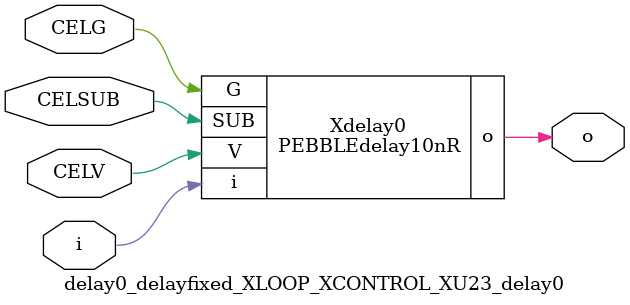
<source format=v>



module PEBBLEdelay10nR ( o, V, G, i, SUB );

  input V;
  input i;
  input G;
  output o;
  input SUB;
endmodule

//Celera Confidential Do Not Copy delay0_delayfixed_XLOOP_XCONTROL_XU23_delay0
//TYPE: fixed 10ns
module delay0_delayfixed_XLOOP_XCONTROL_XU23_delay0 (i, CELV, o,
CELG,CELSUB);
input CELV;
input i;
output o;
input CELSUB;
input CELG;

//Celera Confidential Do Not Copy delayfast0
PEBBLEdelay10nR Xdelay0(
.V (CELV),
.i (i),
.o (o),
.G (CELG),
.SUB (CELSUB)
);
//,diesize,PEBBLEdelay10nR

//Celera Confidential Do Not Copy Module End
//Celera Schematic Generator
endmodule

</source>
